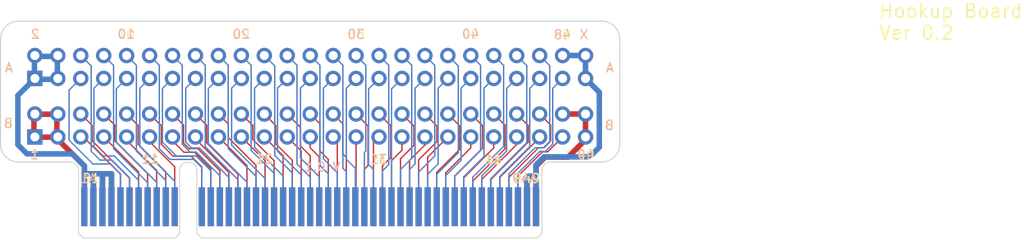
<source format=kicad_pcb>
(kicad_pcb (version 20221018) (generator pcbnew)
  (layers (0 "F.Cu" signal) (31 "B.Cu" signal) (34 "B.Paste" user) (35 "F.Paste" user) (36 "B.SilkS" user "B.Silkscreen") (37 "F.SilkS" user "F.Silkscreen") (38 "B.Mask" user) (39 "F.Mask" user) (44 "Edge.Cuts" user))
  (net 0 "")
  (net 1 "/A5")
  (net 2 "/A6")
  (net 3 "/A7")
  (net 4 "/A8")
  (net 5 "/A9")
  (net 6 "/A10")
  (net 7 "/A11")
  (net 8 "/A12")
  (net 9 "/A13")
  (net 10 "/A14")
  (net 11 "/A15")
  (net 12 "/A16")
  (net 13 "/A17")
  (net 14 "/A18")
  (net 15 "/A19")
  (net 16 "/A20")
  (net 17 "/A21")
  (net 18 "/A22")
  (net 19 "/A23")
  (net 20 "/A24")
  (net 21 "/A25")
  (net 22 "/A26")
  (net 23 "/A27")
  (net 24 "/A28")
  (net 25 "/A29")
  (net 26 "/A30")
  (net 27 "/A31")
  (net 28 "/A32")
  (net 29 "/A33")
  (net 30 "/A34")
  (net 31 "/A35")
  (net 32 "/A36")
  (net 33 "/A37")
  (net 34 "/A38")
  (net 35 "/A39")
  (net 36 "/A40")
  (net 37 "/A41")
  (net 38 "/A42")
  (net 39 "/A43")
  (net 40 "/A44")
  (net 41 "/A45")
  (net 42 "/A46")
  (net 43 "/A47")
  (net 44 "/GND")
  (net 45 "/VIN-")
  (net 46 "/B5")
  (net 47 "/B6")
  (net 48 "/B7")
  (net 49 "/B8")
  (net 50 "/B9")
  (net 51 "/B10")
  (net 52 "/B11")
  (net 53 "/B12")
  (net 54 "/B13")
  (net 55 "/B14")
  (net 56 "/B15")
  (net 57 "/B16")
  (net 58 "/B17")
  (net 59 "/B18")
  (net 60 "/B19")
  (net 61 "/B20")
  (net 62 "/B21")
  (net 63 "/B22")
  (net 64 "/B23")
  (net 65 "/B24")
  (net 66 "/B25")
  (net 67 "/B26")
  (net 68 "/B27")
  (net 69 "/B28")
  (net 70 "/B29")
  (net 71 "/B30")
  (net 72 "/B31")
  (net 73 "/B32")
  (net 74 "/B33")
  (net 75 "/B34")
  (net 76 "/B35")
  (net 77 "/B36")
  (net 78 "/B37")
  (net 79 "/B38")
  (net 80 "/B39")
  (net 81 "/B40")
  (net 82 "/B41")
  (net 83 "/B42")
  (net 84 "/B43")
  (net 85 "/B44")
  (net 86 "/B45")
  (net 87 "/B46")
  (net 88 "/B47")
  (net 89 "/+5V")
  (net 90 "/VIN+")
  (footprint "hookup_board:PinHeader_2x25_P2.54mm_Vertical" (layer "F.Cu") (at -16.98 -17.653 90)
    (fp_text reference locked "J3" hide)
    (fp_text value "Conn_02x25_Odd_Even" hide)
  )
  (footprint "hookup_board:PinHeader_2x25_P2.54mm_Vertical" (layer "F.Cu") (at -16.98 -11.176 90)
    (fp_text reference locked "J2" hide)
    (fp_text value "Conn_02x25_Odd_Even" hide)
  )
  (footprint "hookup_board:PCIE_98_MINI_CARD" (layer "F.Cu") (at 0 0)
    (fp_text reference "J1" hide)
    (fp_text value "pcie_98")
    (fp_line (start -20.78 -10.4) (end -20.78 -22) (stroke (width 0.12)) (layer "Edge.Cuts"))
    (fp_line (start -18.78 -24) (end 45.77 -24) (stroke (width 0.12)) (layer "Edge.Cuts"))
    (fp_line (start -13.1 -8.4) (end -18.78 -8.4) (stroke (width 0.12)) (layer "Edge.Cuts"))
    (fp_line (start -12.15 -7.45) (end -12.15 -0.5) (stroke (width 0.1)) (layer "Edge.Cuts"))
    (fp_line (start -12.15 -0.5) (end -11.65 0) (stroke (width 0.1)) (layer "Edge.Cuts"))
    (fp_line (start -11.65 0) (end -1.45 0) (stroke (width 0.1)) (layer "Edge.Cuts"))
    (fp_line (start -0.95 -7.45) (end -0.95 -0.5) (stroke (width 0.1)) (layer "Edge.Cuts"))
    (fp_line (start -0.95 -0.5) (end -1.45 0) (stroke (width 0.1)) (layer "Edge.Cuts"))
    (fp_line (start 0.95 -7.45) (end 0.95 -0.5) (stroke (width 0.1)) (layer "Edge.Cuts"))
    (fp_line (start 0.95 -0.5) (end 1.45 0) (stroke (width 0.1)) (layer "Edge.Cuts"))
    (fp_line (start 1.45 0) (end 38.65 0) (stroke (width 0.1)) (layer "Edge.Cuts"))
    (fp_line (start 39.15 -7.45) (end 39.15 -0.5) (stroke (width 0.1)) (layer "Edge.Cuts"))
    (fp_line (start 39.15 -0.5) (end 38.65 0) (stroke (width 0.1)) (layer "Edge.Cuts"))
    (fp_line (start 45.77 -8.4) (end 40.1 -8.4) (stroke (width 0.12)) (layer "Edge.Cuts"))
    (fp_line (start 47.77 -22) (end 47.77 -10.4) (stroke (width 0.12)) (layer "Edge.Cuts"))
    (fp_arc (start -20.78 -22) (mid -20.194214 -23.414214) (end -18.78 -24) (stroke (width 0.12)) (layer "Edge.Cuts"))
    (fp_arc (start -18.78 -8.4) (mid -20.194214 -8.985786) (end -20.78 -10.4) (stroke (width 0.12)) (layer "Edge.Cuts"))
    (fp_arc (start -13.1 -8.4) (mid -12.428248 -8.121752) (end -12.15 -7.45) (stroke (width 0.1)) (layer "Edge.Cuts"))
    (fp_arc (start -0.95 -7.45) (mid 0 -8.4) (end 0.95 -7.45) (stroke (width 0.1)) (layer "Edge.Cuts"))
    (fp_arc (start 39.15 -7.45) (mid 39.428248 -8.121752) (end 40.1 -8.4) (stroke (width 0.1)) (layer "Edge.Cuts"))
    (fp_arc (start 45.77 -24) (mid 47.184214 -23.414214) (end 47.77 -22) (stroke (width 0.12)) (layer "Edge.Cuts"))
    (fp_arc (start 47.77 -10.4) (mid 47.184214 -8.985786) (end 45.77 -8.4) (stroke (width 0.12)) (layer "Edge.Cuts"))
  )
  (gr_text "20" (at 5.8546 -22.5604) (layer "B.SilkS") (effects (font (size 1 1)) (justify mirror)))
  (gr_text "A" (at -19.3356 -18.2424) (layer "B.SilkS") (effects (font (size 1 1)) (justify left bottom mirror)))
  (gr_text "1" (at -17.0308 -9.2254) (layer "B.SilkS") (effects (font (size 1 1)) (justify mirror)))
  (gr_text "11" (at -4.2546 -8.7174) (layer "B.SilkS") (effects (font (size 1 1)) (justify mirror)))
  (gr_text "21" (at 8.3946 -8.7174) (layer "B.SilkS") (effects (font (size 1 1)) (justify mirror)))
  (gr_text "V 0.1" (at 16.929 -7.2696) (layer "B.SilkS") (effects (font (size 1 1)) (justify left bottom mirror)))
  (gr_text "10" (at -6.8708 -22.5604) (layer "B.SilkS") (effects (font (size 1 1)) (justify mirror)))
  (gr_text "30" (at 18.58 -22.535) (layer "B.SilkS") (effects (font (size 1 1)) (justify mirror)))
  (gr_text "B" (at -19.3422 -12.0956) (layer "B.SilkS") (effects (font (size 1 1)) (justify left bottom mirror)))
  (gr_text "31" (at 21.0946 -8.692) (layer "B.SilkS") (effects (font (size 1 1)) (justify mirror)))
  (gr_text "41" (at 33.7692 -8.6666) (layer "B.SilkS") (effects (font (size 1 1)) (justify mirror)))
  (gr_text "49" (at 43.98 -9.2) (layer "B.SilkS") (effects (font (size 1 1)) (justify mirror)))
  (gr_text "48" (at 41.4146 -22.5096) (layer "B.SilkS") (effects (font (size 1 1)) (justify mirror)))
  (gr_text "A" (at 47.187 -18.2424) (layer "B.SilkS") (effects (font (size 1 1)) (justify left bottom mirror)))
  (gr_text "B" (at 47.2058 -11.8924) (layer "B.SilkS") (effects (font (size 1 1)) (justify left bottom mirror)))
  (gr_text "X" (at 43.8022 -22.5096) (layer "B.SilkS") (effects (font (size 1 1)) (justify mirror)))
  (gr_text "40" (at 31.2546 -22.5604) (layer "B.SilkS") (effects (font (size 1 1)) (justify mirror)))
  (gr_text "2" (at -16.9292 -22.5604) (layer "B.SilkS") (effects (font (size 1 1)) (justify mirror)))
  (gr_text "30" (at 18.58 -22.535) (layer "F.SilkS") (effects (font (size 1 1))))
  (gr_text "A" (at 46.1898 -18.344) (layer "F.SilkS") (effects (font (size 1 1)) (justify left bottom)))
  (gr_text "B" (at 46.0628 -11.8924) (layer "F.SilkS") (effects (font (size 1 1)) (justify left bottom)))
  (gr_text "40" (at 31.2546 -22.5604) (layer "F.SilkS") (effects (font (size 1 1))))
  (gr_text "49" (at 44.0308 -9.1746) (layer "F.SilkS") (effects (font (size 1 1))))
  (gr_text "A" (at -20.3328 -18.344) (layer "F.SilkS") (effects (font (size 1 1)) (justify left bottom)))
  (gr_text "X" (at 43.8022 -22.5096) (layer "F.SilkS") (effects (font (size 1 1))))
  (gr_text "B" (at -20.4852 -12.121) (layer "F.SilkS") (effects (font (size 1 1)) (justify left bottom)))
  (gr_text "41" (at 33.82 -8.6412) (layer "F.SilkS") (effects (font (size 1 1))))
  (gr_text "2" (at -16.9292 -22.5604) (layer "F.SilkS") (effects (font (size 1 1))))
  (gr_text "1" (at -16.98 -9.2) (layer "F.SilkS") (effects (font (size 1 1))))
  (gr_text "Hookup Board\nVer 0.2" (at 76.365 -21.8238) (layer "F.SilkS") (effects (font (size 1.5 1.5) (thickness 0.2)) (justify left bottom)))
  (gr_text "21" (at 8.4454 -8.692) (layer "F.SilkS") (effects (font (size 1 1))))
  (gr_text "20" (at 5.8546 -22.5604) (layer "F.SilkS") (effects (font (size 1 1))))
  (gr_text "48" (at 41.4146 -22.5096) (layer "F.SilkS") (effects (font (size 1 1))))
  (gr_text "11" (at -4.2038 -8.692) (layer "F.SilkS") (effects (font (size 1 1))))
  (gr_text "31" (at 21.1454 -8.6666) (layer "F.SilkS") (effects (font (size 1 1))))
  (gr_text "10" (at -6.8708 -22.5604) (layer "F.SilkS") (effects (font (size 1 1))))
  (segment (start -7.5 -7.086) (end -8.598 -8.184) (width 0.1524) (layer "B.Cu") (net 1))
  (segment (start -10.5538 -8.184) (end -13.1954 -10.8256) (width 0.1524) (layer "B.Cu") (net 1))
  (segment (start -13.1954 -10.8256) (end -13.1954 -16.3576) (width 0.1524) (layer "B.Cu") (net 1))
  (segment (start -7.5 -3.45) (end -7.5 -7.086) (width 0.1524) (layer "B.Cu") (net 1))
  (segment (start -13.1954 -16.3576) (end -11.9 -17.653) (width 0.1524) (layer "B.Cu") (net 1))
  (segment (start -8.598 -8.184) (end -10.5538 -8.184) (width 0.1524) (layer "B.Cu") (net 1))
  (segment (start -10.7434 -19.0364) (end -10.7434 -9.5928) (width 0.1524) (layer "B.Cu") (net 2))
  (segment (start -6.5 -6.6702) (end -6.5 -3.45) (width 0.1524) (layer "B.Cu") (net 2))
  (segment (start -11.9 -20.193) (end -10.7434 -19.0364) (width 0.1524) (layer "B.Cu") (net 2))
  (segment (start -10.7434 -9.5928) (end -9.7664 -8.6158) (width 0.1524) (layer "B.Cu") (net 2))
  (segment (start -9.7664 -8.6158) (end -8.4456 -8.6158) (width 0.1524) (layer "B.Cu") (net 2))
  (segment (start -8.4456 -8.6158) (end -6.5 -6.6702) (width 0.1524) (layer "B.Cu") (net 2))
  (segment (start -9.36 -17.653) (end -10.4386 -16.5744) (width 0.1524) (layer "B.Cu") (net 3))
  (segment (start -10.4386 -10.1008) (end -9.4108 -9.073) (width 0.1524) (layer "B.Cu") (net 3))
  (segment (start -9.4108 -9.073) (end -8.1916 -9.073) (width 0.1524) (layer "B.Cu") (net 3))
  (segment (start -5.5 -6.3814) (end -5.5 -3.45) (width 0.1524) (layer "B.Cu") (net 3))
  (segment (start -10.4386 -16.5744) (end -10.4386 -10.1008) (width 0.1524) (layer "B.Cu") (net 3))
  (segment (start -8.1916 -9.073) (end -5.5 -6.3814) (width 0.1524) (layer "B.Cu") (net 3))
  (segment (start -9.36 -20.193) (end -8.2678 -19.1008) (width 0.1524) (layer "B.Cu") (net 4))
  (segment (start -4.5 -6.118) (end -4.5 -3.45) (width 0.1524) (layer "B.Cu") (net 4))
  (segment (start -8.2678 -19.1008) (end -8.2678 -9.8858) (width 0.1524) (layer "B.Cu") (net 4))
  (segment (start -8.2678 -9.8858) (end -4.5 -6.118) (width 0.1524) (layer "B.Cu") (net 4))
  (segment (start -6.82 -17.653) (end -7.963 -16.51) (width 0.1524) (layer "B.Cu") (net 5))
  (segment (start -7.963 -10.6224) (end -3.5 -6.1594) (width 0.1524) (layer "B.Cu") (net 5))
  (segment (start -3.5 -6.1594) (end -3.5 -3.45) (width 0.1524) (layer "B.Cu") (net 5))
  (segment (start -7.963 -16.51) (end -7.963 -10.6224) (width 0.1524) (layer "B.Cu") (net 5))
  (segment (start -5.7414 -9.62) (end -2.5 -6.3786) (width 0.1524) (layer "B.Cu") (net 6))
  (segment (start -5.7414 -19.1144) (end -5.7414 -9.62) (width 0.1524) (layer "B.Cu") (net 6))
  (segment (start -2.5 -6.3786) (end -2.5 -3.45) (width 0.1524) (layer "B.Cu") (net 6))
  (segment (start -6.82 -20.193) (end -5.7414 -19.1144) (width 0.1524) (layer "B.Cu") (net 6))
  (segment (start -4.28 -17.653) (end -5.3586 -16.5744) (width 0.1524) (layer "B.Cu") (net 7))
  (segment (start -1.5 -6.2676) (end -1.5 -3.45) (width 0.1524) (layer "B.Cu") (net 7))
  (segment (start -5.3586 -10.1262) (end -1.5 -6.2676) (width 0.1524) (layer "B.Cu") (net 7))
  (segment (start -5.3586 -16.5744) (end -5.3586 -10.1262) (width 0.1524) (layer "B.Cu") (net 7))
  (segment (start -2.0194 -8.692) (end -3.2014 -9.874) (width 0.1524) (layer "B.Cu") (net 8))
  (segment (start 0.5968 -8.692) (end -2.0194 -8.692) (width 0.1524) (layer "B.Cu") (net 8))
  (segment (start 1.5 -7.7888) (end 0.5968 -8.692) (width 0.1524) (layer "B.Cu") (net 8))
  (segment (start 1.5 -3.45) (end 1.5 -7.7888) (width 0.1524) (layer "B.Cu") (net 8))
  (segment (start -3.2014 -9.874) (end -3.2014 -19.1144) (width 0.1524) (layer "B.Cu") (net 8))
  (segment (start -3.2014 -19.1144) (end -4.28 -20.193) (width 0.1524) (layer "B.Cu") (net 8))
  (segment (start 2.5 -3.45) (end 2.5 -7.4492) (width 0.1524) (layer "B.Cu") (net 9))
  (segment (start -2.8576 -16.5354) (end -1.74 -17.653) (width 0.1524) (layer "B.Cu") (net 9))
  (segment (start -2.8576 -10.597) (end -2.8576 -16.5354) (width 0.1524) (layer "B.Cu") (net 9))
  (segment (start -1.3336 -9.073) (end -2.8576 -10.597) (width 0.1524) (layer "B.Cu") (net 9))
  (segment (start 0.8762 -9.073) (end -1.3336 -9.073) (width 0.1524) (layer "B.Cu") (net 9))
  (segment (start 2.5 -7.4492) (end 0.8762 -9.073) (width 0.1524) (layer "B.Cu") (net 9))
  (segment (start 0.2158 -9.5048) (end -0.6614 -10.382) (width 0.1524) (layer "B.Cu") (net 10))
  (segment (start 3.5 -3.45) (end 3.5 -6.880252) (width 0.1524) (layer "B.Cu") (net 10))
  (segment (start 3.5 -6.880252) (end 0.875452 -9.5048) (width 0.1524) (layer "B.Cu") (net 10))
  (segment (start 0.875452 -9.5048) (end 0.2158 -9.5048) (width 0.1524) (layer "B.Cu") (net 10))
  (segment (start -0.6614 -10.382) (end -0.6614 -19.1144) (width 0.1524) (layer "B.Cu") (net 10))
  (segment (start -0.6614 -19.1144) (end -1.74 -20.193) (width 0.1524) (layer "B.Cu") (net 10))
  (segment (start -0.2786 -16.5744) (end -0.2786 -10.6088) (width 0.1524) (layer "B.Cu") (net 11))
  (segment (start 0.3682 -9.962) (end 1.2318 -9.962) (width 0.1524) (layer "B.Cu") (net 11))
  (segment (start 0.8 -17.653) (end -0.2786 -16.5744) (width 0.1524) (layer "B.Cu") (net 11))
  (segment (start 1.2318 -9.962) (end 4.5 -6.6938) (width 0.1524) (layer "B.Cu") (net 11))
  (segment (start -0.2786 -10.6088) (end 0.3682 -9.962) (width 0.1524) (layer "B.Cu") (net 11))
  (segment (start 4.5 -6.6938) (end 4.5 -3.45) (width 0.1524) (layer "B.Cu") (net 11))
  (segment (start 5.5 -6.4558) (end 5.5 -3.45) (width 0.1524) (layer "B.Cu") (net 12))
  (segment (start 0.8 -20.193) (end 1.8786 -19.1144) (width 0.1524) (layer "B.Cu") (net 12))
  (segment (start 1.8786 -10.0772) (end 5.5 -6.4558) (width 0.1524) (layer "B.Cu") (net 12))
  (segment (start 1.8786 -19.1144) (end 1.8786 -10.0772) (width 0.1524) (layer "B.Cu") (net 12))
  (segment (start 2.2224 -10.4446) (end 6.5 -6.167) (width 0.1524) (layer "B.Cu") (net 13))
  (segment (start 3.34 -17.653) (end 2.2224 -16.5354) (width 0.1524) (layer "B.Cu") (net 13))
  (segment (start 6.5 -6.167) (end 6.5 -3.45) (width 0.1524) (layer "B.Cu") (net 13))
  (segment (start 2.2224 -16.5354) (end 2.2224 -10.4446) (width 0.1524) (layer "B.Cu") (net 13))
  (segment (start 4.4186 -9.8994) (end 7.5 -6.818) (width 0.1524) (layer "B.Cu") (net 14))
  (segment (start 3.34 -20.193) (end 4.4186 -19.1144) (width 0.1524) (layer "B.Cu") (net 14))
  (segment (start 7.5 -6.818) (end 7.5 -3.45) (width 0.1524) (layer "B.Cu") (net 14))
  (segment (start 4.4186 -19.1144) (end 4.4186 -9.8994) (width 0.1524) (layer "B.Cu") (net 14))
  (segment (start 4.8014 -10.2786) (end 8.5 -6.58) (width 0.1524) (layer "B.Cu") (net 15))
  (segment (start 4.8014 -16.5744) (end 4.8014 -10.2786) (width 0.1524) (layer "B.Cu") (net 15))
  (segment (start 5.88 -17.653) (end 4.8014 -16.5744) (width 0.1524) (layer "B.Cu") (net 15))
  (segment (start 8.5 -6.58) (end 8.5 -3.45) (width 0.1524) (layer "B.Cu") (net 15))
  (segment (start 6.9586 -9.6962) (end 9.5 -7.1548) (width 0.1524) (layer "B.Cu") (net 16))
  (segment (start 6.9586 -19.1144) (end 6.9586 -9.6962) (width 0.1524) (layer "B.Cu") (net 16))
  (segment (start 5.88 -20.193) (end 6.9586 -19.1144) (width 0.1524) (layer "B.Cu") (net 16))
  (segment (start 9.5 -7.1548) (end 9.5 -3.45) (width 0.1524) (layer "B.Cu") (net 16))
  (segment (start 8.42 -17.653) (end 7.3414 -16.5744) (width 0.1524) (layer "B.Cu") (net 17))
  (segment (start 7.3414 -10.0246) (end 10.5 -6.866) (width 0.1524) (layer "B.Cu") (net 17))
  (segment (start 10.5 -6.866) (end 10.5 -3.45) (width 0.1524) (layer "B.Cu") (net 17))
  (segment (start 7.3414 -16.5744) (end 7.3414 -10.0246) (width 0.1524) (layer "B.Cu") (net 17))
  (segment (start 9.5766 -19.0364) (end 9.5766 -9.1356) (width 0.1524) (layer "B.Cu") (net 18))
  (segment (start 11.5 -7.2122) (end 11.5 -3.45) (width 0.1524) (layer "B.Cu") (net 18))
  (segment (start 9.5766 -9.1356) (end 11.5 -7.2122) (width 0.1524) (layer "B.Cu") (net 18))
  (segment (start 8.42 -20.193) (end 9.5766 -19.0364) (width 0.1524) (layer "B.Cu") (net 18))
  (segment (start 9.8814 -16.5744) (end 9.8814 -9.5928) (width 0.1524) (layer "B.Cu") (net 19))
  (segment (start 10.96 -17.653) (end 9.8814 -16.5744) (width 0.1524) (layer "B.Cu") (net 19))
  (segment (start 9.8814 -9.5928) (end 12.5 -6.9742) (width 0.1524) (layer "B.Cu") (net 19))
  (segment (start 12.5 -6.9742) (end 12.5 -3.45) (width 0.1524) (layer "B.Cu") (net 19))
  (segment (start 12.0386 -8.1976) (end 13.5 -6.7362) (width 0.1524) (layer "B.Cu") (net 20))
  (segment (start 10.96 -20.193) (end 12.0386 -19.1144) (width 0.1524) (layer "B.Cu") (net 20))
  (segment (start 13.5 -6.7362) (end 13.5 -3.45) (width 0.1524) (layer "B.Cu") (net 20))
  (segment (start 12.0386 -19.1144) (end 12.0386 -8.1976) (width 0.1524) (layer "B.Cu") (net 20))
  (segment (start 12.4214 -8.8562) (end 14.5 -6.7776) (width 0.1524) (layer "B.Cu") (net 21))
  (segment (start 13.5 -17.653) (end 12.4214 -16.5744) (width 0.1524) (layer "B.Cu") (net 21))
  (segment (start 12.4214 -16.5744) (end 12.4214 -8.8562) (width 0.1524) (layer "B.Cu") (net 21))
  (segment (start 14.5 -6.7776) (end 14.5 -3.45) (width 0.1524) (layer "B.Cu") (net 21))
  (segment (start 14.5786 -19.1144) (end 14.5786 -8.0198) (width 0.1524) (layer "B.Cu") (net 22))
  (segment (start 13.5 -20.193) (end 14.5786 -19.1144) (width 0.1524) (layer "B.Cu") (net 22))
  (segment (start 15.5 -7.0984) (end 15.5 -3.45) (width 0.1524) (layer "B.Cu") (net 22))
  (segment (start 14.5786 -8.0198) (end 15.5 -7.0984) (width 0.1524) (layer "B.Cu") (net 22))
  (segment (start 16.04 -17.653) (end 14.9614 -16.5744) (width 0.1524) (layer "B.Cu") (net 23))
  (segment (start 14.9614 -16.5744) (end 14.9614 -8.7546) (width 0.1524) (layer "B.Cu") (net 23))
  (segment (start 14.9614 -8.7546) (end 16.5 -7.216) (width 0.1524) (layer "B.Cu") (net 23))
  (segment (start 16.5 -7.216) (end 16.5 -3.45) (width 0.1524) (layer "B.Cu") (net 23))
  (segment (start 16.04 -20.193) (end 17.1186 -19.1144) (width 0.1524) (layer "B.Cu") (net 24))
  (segment (start 17.1186 -19.1144) (end 17.1186 -7.715) (width 0.1524) (layer "B.Cu") (net 24))
  (segment (start 17.5 -7.3336) (end 17.5 -3.45) (width 0.1524) (layer "B.Cu") (net 24))
  (segment (start 17.1186 -7.715) (end 17.5 -7.3336) (width 0.1524) (layer "B.Cu") (net 24))
  (segment (start 17.5014 -16.5744) (end 17.5014 -8.7038) (width 0.1524) (layer "B.Cu") (net 25))
  (segment (start 17.5014 -8.7038) (end 18.5 -7.7052) (width 0.1524) (layer "B.Cu") (net 25))
  (segment (start 18.5 -7.7052) (end 18.5 -3.45) (width 0.1524) (layer "B.Cu") (net 25))
  (segment (start 18.58 -17.653) (end 17.5014 -16.5744) (width 0.1524) (layer "B.Cu") (net 25))
  (segment (start 19.6586 -9.6182) (end 19.6586 -19.1144) (width 0.1524) (layer "B.Cu") (net 26))
  (segment (start 19.5 -3.45) (end 19.5 -9.4596) (width 0.1524) (layer "B.Cu") (net 26))
  (segment (start 19.5 -9.4596) (end 19.6586 -9.6182) (width 0.1524) (layer "B.Cu") (net 26))
  (segment (start 19.6586 -19.1144) (end 18.58 -20.193) (width 0.1524) (layer "B.Cu") (net 26))
  (segment (start 19.9634 -8.1214) (end 20.5 -7.5848) (width 0.1524) (layer "B.Cu") (net 27))
  (segment (start 19.9634 -16.4964) (end 19.9634 -8.1214) (width 0.1524) (layer "B.Cu") (net 27))
  (segment (start 21.12 -17.653) (end 19.9634 -16.4964) (width 0.1524) (layer "B.Cu") (net 27))
  (segment (start 20.5 -7.5848) (end 20.5 -3.45) (width 0.1524) (layer "B.Cu") (net 27))
  (segment (start 22.1986 -19.1144) (end 22.1986 -8.1196) (width 0.1524) (layer "B.Cu") (net 28))
  (segment (start 21.12 -20.193) (end 22.1986 -19.1144) (width 0.1524) (layer "B.Cu") (net 28))
  (segment (start 21.5 -7.421) (end 21.5 -3.45) (width 0.1524) (layer "B.Cu") (net 28))
  (segment (start 22.1986 -8.1196) (end 21.5 -7.421) (width 0.1524) (layer "B.Cu") (net 28))
  (segment (start 23.66 -17.653) (end 22.5034 -16.4964) (width 0.1524) (layer "B.Cu") (net 29))
  (segment (start 22.5034 -3.4534) (end 22.5 -3.45) (width 0.1524) (layer "B.Cu") (net 29))
  (segment (start 22.5034 -16.4964) (end 22.5034 -3.4534) (width 0.1524) (layer "B.Cu") (net 29))
  (segment (start 24.7386 -19.1144) (end 23.66 -20.193) (width 0.1524) (layer "B.Cu") (net 30))
  (segment (start 23.5 -3.45) (end 23.5 -7.5668) (width 0.1524) (layer "B.Cu") (net 30))
  (segment (start 24.7386 -8.8054) (end 24.7386 -19.1144) (width 0.1524) (layer "B.Cu") (net 30))
  (segment (start 23.5 -7.5668) (end 24.7386 -8.8054) (width 0.1524) (layer "B.Cu") (net 30))
  (segment (start 25.1078 -8.184) (end 24.5 -7.5762) (width 0.1524) (layer "B.Cu") (net 31))
  (segment (start 25.1078 -16.5608) (end 25.1078 -8.184) (width 0.1524) (layer "B.Cu") (net 31))
  (segment (start 24.5 -7.5762) (end 24.5 -3.45) (width 0.1524) (layer "B.Cu") (net 31))
  (segment (start 26.2 -17.653) (end 25.1078 -16.5608) (width 0.1524) (layer "B.Cu") (net 31))
  (segment (start 25.5 -7.2808) (end 27.2922 -9.073) (width 0.1524) (layer "B.Cu") (net 32))
  (segment (start 27.2922 -19.1008) (end 26.2 -20.193) (width 0.1524) (layer "B.Cu") (net 32))
  (segment (start 27.2922 -9.073) (end 27.2922 -19.1008) (width 0.1524) (layer "B.Cu") (net 32))
  (segment (start 25.5 -3.45) (end 25.5 -7.2808) (width 0.1524) (layer "B.Cu") (net 32))
  (segment (start 26.5 -7.0362) (end 26.5 -3.45) (width 0.1524) (layer "B.Cu") (net 33))
  (segment (start 27.6614 -8.1976) (end 26.5 -7.0362) (width 0.1524) (layer "B.Cu") (net 33))
  (segment (start 27.6614 -16.5744) (end 27.6614 -8.1976) (width 0.1524) (layer "B.Cu") (net 33))
  (segment (start 28.74 -17.653) (end 27.6614 -16.5744) (width 0.1524) (layer "B.Cu") (net 33))
  (segment (start 29.8966 -9.4422) (end 29.8966 -19.0364) (width 0.1524) (layer "B.Cu") (net 34))
  (segment (start 27.5 -7.0456) (end 29.8966 -9.4422) (width 0.1524) (layer "B.Cu") (net 34))
  (segment (start 29.8966 -19.0364) (end 28.74 -20.193) (width 0.1524) (layer "B.Cu") (net 34))
  (segment (start 27.5 -3.45) (end 27.5 -7.0456) (width 0.1524) (layer "B.Cu") (net 34))
  (segment (start 28.5 -6.9026) (end 28.5 -3.45) (width 0.1524) (layer "B.Cu") (net 35))
  (segment (start 31.28 -17.653) (end 30.2014 -16.5744) (width 0.1524) (layer "B.Cu") (net 35))
  (segment (start 30.2014 -8.604) (end 28.5 -6.9026) (width 0.1524) (layer "B.Cu") (net 35))
  (segment (start 30.2014 -16.5744) (end 30.2014 -8.604) (width 0.1524) (layer "B.Cu") (net 35))
  (segment (start 32.3586 -19.1144) (end 31.28 -20.193) (width 0.1524) (layer "B.Cu") (net 36))
  (segment (start 29.5 -6.8104) (end 32.3586 -9.669) (width 0.1524) (layer "B.Cu") (net 36))
  (segment (start 32.3586 -9.669) (end 32.3586 -19.1144) (width 0.1524) (layer "B.Cu") (net 36))
  (segment (start 29.5 -3.45) (end 29.5 -6.8104) (width 0.1524) (layer "B.Cu") (net 36))
  (segment (start 32.7414 -9.0104) (end 30.5 -6.769) (width 0.1524) (layer "B.Cu") (net 37))
  (segment (start 30.5 -6.769) (end 30.5 -3.45) (width 0.1524) (layer "B.Cu") (net 37))
  (segment (start 33.82 -17.653) (end 32.7414 -16.5744) (width 0.1524) (layer "B.Cu") (net 37))
  (segment (start 32.7414 -16.5744) (end 32.7414 -9.0104) (width 0.1524) (layer "B.Cu") (net 37))
  (segment (start 31.5 -6.7276) (end 34.9122 -10.1398) (width 0.1524) (layer "B.Cu") (net 38))
  (segment (start 31.5 -3.45) (end 31.5 -6.7276) (width 0.1524) (layer "B.Cu") (net 38))
  (segment (start 34.9122 -19.1008) (end 33.82 -20.193) (width 0.1524) (layer "B.Cu") (net 38))
  (segment (start 34.9122 -10.1398) (end 34.9122 -19.1008) (width 0.1524) (layer "B.Cu") (net 38))
  (segment (start 35.2424 -16.5354) (end 35.2424 -9.6064) (width 0.1524) (layer "B.Cu") (net 39))
  (segment (start 32.5 -6.864) (end 32.5 -3.45) (width 0.1524) (layer "B.Cu") (net 39))
  (segment (start 36.36 -17.653) (end 35.2424 -16.5354) (width 0.1524) (layer "B.Cu") (net 39))
  (segment (start 35.2424 -9.6064) (end 32.5 -6.864) (width 0.1524) (layer "B.Cu") (net 39))
  (segment (start 33.5 -6.5686) (end 37.4776 -10.5462) (width 0.1524) (layer "B.Cu") (net 40))
  (segment (start 37.4776 -19.0754) (end 36.36 -20.193) (width 0.1524) (layer "B.Cu") (net 40))
  (segment (start 37.4776 -10.5462) (end 37.4776 -19.0754) (width 0.1524) (layer "B.Cu") (net 40))
  (segment (start 33.5 -3.45) (end 33.5 -6.5686) (width 0.1524) (layer "B.Cu") (net 40))
  (segment (start 38.9 -17.653) (end 37.8078 -16.5608) (width 0.1524) (layer "B.Cu") (net 41))
  (segment (start 37.8078 -16.5608) (end 37.8078 -10.1144) (width 0.1524) (layer "B.Cu") (net 41))
  (segment (start 34.5 -6.8066) (end 34.5 -3.45) (width 0.1524) (layer "B.Cu") (net 41))
  (segment (start 37.8078 -10.1144) (end 34.5 -6.8066) (width 0.1524) (layer "B.Cu") (net 41))
  (segment (start 35.5 -7.0954) (end 35.5 -3.45) (width 0.1524) (layer "B.Cu") (net 42))
  (segment (start 40.0176 -10.597) (end 39.408 -9.9874) (width 0.1524) (layer "B.Cu") (net 42))
  (segment (start 38.9 -20.193) (end 40.0176 -19.0754) (width 0.1524) (layer "B.Cu") (net 42))
  (segment (start 39.408 -9.9874) (end 38.392 -9.9874) (width 0.1524) (layer "B.Cu") (net 42))
  (segment (start 40.0176 -19.0754) (end 40.0176 -10.597) (width 0.1524) (layer "B.Cu") (net 42))
  (segment (start 38.392 -9.9874) (end 35.5 -7.0954) (width 0.1524) (layer "B.Cu") (net 42))
  (segment (start 38.9254 -9.581) (end 36.5 -7.1556) (width 0.1524) (layer "B.Cu") (net 43))
  (segment (start 41.44 -17.653) (end 40.3478 -16.5608) (width 0.1524) (layer "B.Cu") (net 43))
  (segment (start 36.5 -7.1556) (end 36.5 -3.45) (width 0.1524) (layer "B.Cu") (net 43))
  (segment (start 40.3478 -16.5608) (end 40.3478 -10.3938) (width 0.1524) (layer "B.Cu") (net 43))
  (segment (start 39.535 -9.581) (end 38.9254 -9.581) (width 0.1524) (layer "B.Cu") (net 43))
  (segment (start 40.3478 -10.3938) (end 39.535 -9.581) (width 0.1524) (layer "B.Cu") (net 43))
  (segment (start -8.4964 -3.4164) (end -8.4964 -7.0664) (width 0.6096) (layer "B.Cu") (net 44))
  (segment (start -11.5 -7.9872) (end -12.8144 -9.3016) (width 0.6096) (layer "B.Cu") (net 44))
  (segment (start -17.0308 -20.0966) (end -14.4908 -20.0966) (width 0.6096) (layer "B.Cu") (net 44))
  (segment (start -17.8436 -9.3016) (end -18.8596 -10.3176) (width 0.6096) (layer "B.Cu") (net 44))
  (segment (start -9.5 -7.1) (end -10.5 -7.1) (width 0.6096) (layer "B.Cu") (net 44))
  (segment (start -10.5 -7.1) (end -11.5 -7.1) (width 0.6096) (layer "B.Cu") (net 44))
  (segment (start -14.4908 -20.0966) (end -14.4908 -17.5566) (width 0.6096) (layer "B.Cu") (net 44))
  (segment (start -9.4918 -7.0918) (end -9.5 -7.1) (width 0.6096) (layer "B.Cu") (net 44))
  (segment (start -18.8596 -10.3176) (end -18.8596 -15.7734) (width 0.6096) (layer "B.Cu") (net 44))
  (segment (start -18.8596 -15.7734) (end -16.98 -17.653) (width 0.6096) (layer "B.Cu") (net 44))
  (segment (start -12.8144 -9.3016) (end -17.8436 -9.3016) (width 0.6096) (layer "B.Cu") (net 44))
  (segment (start -8.5 -7.0918) (end -9.4918 -7.0918) (width 0.6096) (layer "B.Cu") (net 44))
  (segment (start -10.5 -3.45) (end -10.5 -7.1) (width 0.6096) (layer "B.Cu") (net 44))
  (segment (start -11.5 -7.1) (end -11.5 -7.9872) (width 0.6096) (layer "B.Cu") (net 44))
  (segment (start -9.5 -3.45) (end -9.5 -7.1) (width 0.6096) (layer "B.Cu") (net 44))
  (segment (start -17.0308 -17.5566) (end -14.4908 -17.5566) (width 0.6096) (layer "B.Cu") (net 44))
  (segment (start -11.5 -3.45) (end -11.5 -7.1) (width 0.6096) (layer "B.Cu") (net 44))
  (segment (start -17.0308 -20.0966) (end -17.0308 -17.5566) (width 0.6096) (layer "B.Cu") (net 44))
  (segment (start 39.3826 -8.9714) (end 44.4372 -8.9714) (width 0.6096) (layer "B.Cu") (net 45))
  (segment (start 41.44 -20.193) (end 43.98 -20.193) (width 0.6096) (layer "B.Cu") (net 45))
  (segment (start 45.504 -10.0382) (end 45.504 -16.129) (width 0.6096) (layer "B.Cu") (net 45))
  (segment (start 38.5 -8.0888) (end 39.3826 -8.9714) (width 0.6096) (layer "B.Cu") (net 45))
  (segment (start 37.5 -6.7332) (end 37.5792 -6.8124) (width 0.6096) (layer "B.Cu") (net 45))
  (segment (start 37.5 -3.45) (end 37.5 -6.7332) (width 0.6096) (layer "B.Cu") (net 45))
  (segment (start 37.5792 -6.8124) (end 38.5 -6.8124) (width 0.6096) (layer "B.Cu") (net 45))
  (segment (start 43.98 -20.193) (end 43.98 -17.653) (width 0.6096) (layer "B.Cu") (net 45))
  (segment (start 38.5 -3.45) (end 38.5 -6.8124) (width 0.6096) (layer "B.Cu") (net 45))
  (segment (start 44.4372 -8.9714) (end 45.504 -10.0382) (width 0.6096) (layer "B.Cu") (net 45))
  (segment (start 45.504 -16.129) (end 43.98 -17.653) (width 0.6096) (layer "B.Cu") (net 45))
  (segment (start 38.5 -6.8124) (end 38.5 -8.0888) (width 0.6096) (layer "B.Cu") (net 45))
  (segment (start -11.6154 -11.176) (end -11.9 -11.176) (width 0.1524) (layer "F.Cu") (net 46))
  (segment (start -7.5 -3.45) (end -7.5 -7.0606) (width 0.1524) (layer "F.Cu") (net 46))
  (segment (start -7.5 -7.0606) (end -11.6154 -11.176) (width 0.1524) (layer "F.Cu") (net 46))
  (segment (start -11.9 -13.716) (end -10.63 -12.446) (width 0.1524) (layer "F.Cu") (net 47))
  (segment (start -6.5 -6.6194) (end -6.5 -3.45) (width 0.1524) (layer "F.Cu") (net 47))
  (segment (start -10.63 -10.7494) (end -6.5 -6.6194) (width 0.1524) (layer "F.Cu") (net 47))
  (segment (start -10.63 -12.446) (end -10.63 -10.7494) (width 0.1524) (layer "F.Cu") (net 47))
  (segment (start -5.5 -7.316) (end -5.5 -3.45) (width 0.1524) (layer "F.Cu") (net 48))
  (segment (start -9.36 -11.176) (end -5.5 -7.316) (width 0.1524) (layer "F.Cu") (net 48))
  (segment (start -8.1408 -10.7494) (end -4.5 -7.1086) (width 0.1524) (layer "F.Cu") (net 49))
  (segment (start -9.36 -13.716) (end -8.1408 -12.4968) (width 0.1524) (layer "F.Cu") (net 49))
  (segment (start -8.1408 -12.4968) (end -8.1408 -10.7494) (width 0.1524) (layer "F.Cu") (net 49))
  (segment (start -4.5 -7.1086) (end -4.5 -3.45) (width 0.1524) (layer "F.Cu") (net 49))
  (segment (start -6.82 -10.8002) (end -3.5 -7.4802) (width 0.1524) (layer "F.Cu") (net 50))
  (segment (start -3.5 -7.4802) (end -3.5 -3.45) (width 0.1524) (layer "F.Cu") (net 50))
  (segment (start -6.82 -11.176) (end -6.82 -10.8002) (width 0.1524) (layer "F.Cu") (net 50))
  (segment (start -2.5 -7.3184) (end -2.5 -3.45) (width 0.1524) (layer "F.Cu") (net 51))
  (segment (start -5.55 -12.446) (end -5.55 -10.3684) (width 0.1524) (layer "F.Cu") (net 51))
  (segment (start -5.55 -10.3684) (end -2.5 -7.3184) (width 0.1524) (layer "F.Cu") (net 51))
  (segment (start -6.82 -13.716) (end -5.55 -12.446) (width 0.1524) (layer "F.Cu") (net 51))
  (segment (start -4.28 -10.6478) (end -1.5 -7.8678) (width 0.1524) (layer "F.Cu") (net 52))
  (segment (start -4.28 -11.176) (end -4.28 -10.6478) (width 0.1524) (layer "F.Cu") (net 52))
  (segment (start -1.5 -7.8678) (end -1.5 -3.45) (width 0.1524) (layer "F.Cu") (net 52))
  (segment (start -1.6638 -9.0476) (end 0.3174 -9.0476) (width 0.1524) (layer "F.Cu") (net 53))
  (segment (start 1.5 -7.865) (end 1.5 -3.45) (width 0.1524) (layer "F.Cu") (net 53))
  (segment (start -4.28 -13.716) (end -2.9846 -12.4206) (width 0.1524) (layer "F.Cu") (net 53))
  (segment (start -2.9846 -12.4206) (end -2.9846 -10.3684) (width 0.1524) (layer "F.Cu") (net 53))
  (segment (start -2.9846 -10.3684) (end -1.6638 -9.0476) (width 0.1524) (layer "F.Cu") (net 53))
  (segment (start 0.3174 -9.0476) (end 1.5 -7.865) (width 0.1524) (layer "F.Cu") (net 53))
  (segment (start 2.5 -7.676) (end 2.5 -3.45) (width 0.1524) (layer "F.Cu") (net 54))
  (segment (start -1.74 -11.176) (end -1.74 -10.7494) (width 0.1524) (layer "F.Cu") (net 54))
  (segment (start 0.6966 -9.4794) (end 2.5 -7.676) (width 0.1524) (layer "F.Cu") (net 54))
  (segment (start -1.74 -10.7494) (end -0.47 -9.4794) (width 0.1524) (layer "F.Cu") (net 54))
  (segment (start -0.47 -9.4794) (end 0.6966 -9.4794) (width 0.1524) (layer "F.Cu") (net 54))
  (segment (start -0.5208 -10.4954) (end 0.0888 -9.8858) (width 0.1524) (layer "F.Cu") (net 55))
  (segment (start -0.5208 -12.4968) (end -0.5208 -10.4954) (width 0.1524) (layer "F.Cu") (net 55))
  (segment (start 0.0888 -9.8858) (end 1.054 -9.8858) (width 0.1524) (layer "F.Cu") (net 55))
  (segment (start 1.054 -9.8858) (end 3.5 -7.4398) (width 0.1524) (layer "F.Cu") (net 55))
  (segment (start 3.5 -7.4398) (end 3.5 -3.45) (width 0.1524) (layer "F.Cu") (net 55))
  (segment (start -1.74 -13.716) (end -0.5208 -12.4968) (width 0.1524) (layer "F.Cu") (net 55))
  (segment (start 4.5 -7.2526) (end 4.5 -3.45) (width 0.1524) (layer "F.Cu") (net 56))
  (segment (start 0.8 -10.9526) (end 4.5 -7.2526) (width 0.1524) (layer "F.Cu") (net 56))
  (segment (start 0.8 -11.176) (end 0.8 -10.9526) (width 0.1524) (layer "F.Cu") (net 56))
  (segment (start 2.0446 -10.5208) (end 5.5 -7.0654) (width 0.1524) (layer "F.Cu") (net 57))
  (segment (start 2.0446 -12.4714) (end 2.0446 -10.5208) (width 0.1524) (layer "F.Cu") (net 57))
  (segment (start 0.8 -13.716) (end 2.0446 -12.4714) (width 0.1524) (layer "F.Cu") (net 57))
  (segment (start 5.5 -7.0654) (end 5.5 -3.45) (width 0.1524) (layer "F.Cu") (net 57))
  (segment (start 6.5 -8.016) (end 6.5 -3.45) (width 0.1524) (layer "F.Cu") (net 58))
  (segment (start 3.34 -11.176) (end 6.5 -8.016) (width 0.1524) (layer "F.Cu") (net 58))
  (segment (start 4.4186 -12.6374) (end 4.4186 -11.112029) (width 0.1524) (layer "F.Cu") (net 59))
  (segment (start 7.245029 -8.2856) (end 7.2516 -8.2856) (width 0.1524) (layer "F.Cu") (net 59))
  (segment (start 7.5 -8.0372) (end 7.5 -3.45) (width 0.1524) (layer "F.Cu") (net 59))
  (segment (start 4.4186 -11.112029) (end 7.245029 -8.2856) (width 0.1524) (layer "F.Cu") (net 59))
  (segment (start 3.34 -13.716) (end 4.4186 -12.6374) (width 0.1524) (layer "F.Cu") (net 59))
  (segment (start 7.2516 -8.2856) (end 7.5 -8.0372) (width 0.1524) (layer "F.Cu") (net 59))
  (segment (start 8.5 -8.556) (end 8.5 -3.45) (width 0.1524) (layer "F.Cu") (net 60))
  (segment (start 5.88 -11.176) (end 8.5 -8.556) (width 0.1524) (layer "F.Cu") (net 60))
  (segment (start 9.5 -8.5518) (end 9.5 -3.45) (width 0.1524) (layer "F.Cu") (net 61))
  (segment (start 5.88 -13.716) (end 7.15 -12.446) (width 0.1524) (layer "F.Cu") (net 61))
  (segment (start 7.15 -12.446) (end 7.15 -10.9018) (width 0.1524) (layer "F.Cu") (net 61))
  (segment (start 7.15 -10.9018) (end 9.5 -8.5518) (width 0.1524) (layer "F.Cu") (net 61))
  (segment (start 10.5 -9.096) (end 10.5 -3.45) (width 0.1524) (layer "F.Cu") (net 62))
  (segment (start 8.42 -11.176) (end 10.5 -9.096) (width 0.1524) (layer "F.Cu") (net 62))
  (segment (start 11.5188 -3.4688) (end 11.5 -3.45) (width 0.1524) (layer "F.Cu") (net 63))
  (segment (start 8.42 -13.716) (end 9.69 -12.446) (width 0.1524) (layer "F.Cu") (net 63))
  (segment (start 9.69 -12.446) (end 9.69 -10.4192) (width 0.1524) (layer "F.Cu") (net 63))
  (segment (start 9.69 -10.4192) (end 11.5188 -8.5904) (width 0.1524) (layer "F.Cu") (net 63))
  (segment (start 11.5188 -8.5528) (end 11.5188 -3.4688) (width 0.1524) (layer "F.Cu") (net 63))
  (segment (start 10.96 -11.176) (end 12.5 -9.636) (width 0.1524) (layer "F.Cu") (net 64))
  (segment (start 12.5 -9.636) (end 12.5 -3.45) (width 0.1524) (layer "F.Cu") (net 64))
  (segment (start 12.4214 -12.2546) (end 12.4214 -10.177) (width 0.1524) (layer "F.Cu") (net 65))
  (segment (start 10.96 -13.716) (end 12.4214 -12.2546) (width 0.1524) (layer "F.Cu") (net 65))
  (segment (start 13.5 -9.0984) (end 13.5 -3.45) (width 0.1524) (layer "F.Cu") (net 65))
  (segment (start 12.4214 -10.177) (end 13.5 -9.0984) (width 0.1524) (layer "F.Cu") (net 65))
  (segment (start 14.5 -8.973919) (end 14.5 -3.45) (width 0.1524) (layer "F.Cu") (net 66))
  (segment (start 13.5 -9.973919) (end 14.5 -8.973919) (width 0.1524) (layer "F.Cu") (net 66))
  (segment (start 13.5 -11.176) (end 13.5 -9.973919) (width 0.1524) (layer "F.Cu") (net 66))
  (segment (start 15.5066 -8.692) (end 15.5 -8.6854) (width 0.1524) (layer "F.Cu") (net 67))
  (segment (start 14.5786 -9.62) (end 15.5066 -8.692) (width 0.1524) (layer "F.Cu") (net 67))
  (segment (start 14.5786 -12.6374) (end 14.5786 -9.62) (width 0.1524) (layer "F.Cu") (net 67))
  (segment (start 15.5 -8.6854) (end 15.5 -3.45) (width 0.1524) (layer "F.Cu") (net 67))
  (segment (start 13.5 -13.716) (end 14.5786 -12.6374) (width 0.1524) (layer "F.Cu") (net 67))
  (segment (start 16.04 -11.176) (end 16.5 -10.716) (width 0.1524) (layer "F.Cu") (net 68))
  (segment (start 16.5 -10.716) (end 16.5 -3.45) (width 0.1524) (layer "F.Cu") (net 68))
  (segment (start 17.1186 -9.2898) (end 17.5 -8.9084) (width 0.1524) (layer "F.Cu") (net 69))
  (segment (start 16.04 -13.716) (end 17.1186 -12.6374) (width 0.1524) (layer "F.Cu") (net 69))
  (segment (start 17.5 -8.9084) (end 17.5 -3.45) (width 0.1524) (layer "F.Cu") (net 69))
  (segment (start 17.1186 -12.6374) (end 17.1186 -9.2898) (width 0.1524) (layer "F.Cu") (net 69))
  (segment (start 18.58 -11.176) (end 18.58 -3.53) (width 0.1524) (layer "F.Cu") (net 70))
  (segment (start 18.58 -3.53) (end 18.5 -3.45) (width 0.1524) (layer "F.Cu") (net 70))
  (segment (start 19.5 -7.6054) (end 19.5 -3.45) (width 0.1524) (layer "F.Cu") (net 71))
  (segment (start 19.9008 -8.0062) (end 19.5 -7.6054) (width 0.1524) (layer "F.Cu") (net 71))
  (segment (start 19.9008 -12.3952) (end 19.9008 -8.0062) (width 0.1524) (layer "F.Cu") (net 71))
  (segment (start 18.58 -13.716) (end 19.9008 -12.3952) (width 0.1524) (layer "F.Cu") (net 71))
  (segment (start 21.12 -11.176) (end 20.5 -10.556) (width 0.1524) (layer "F.Cu") (net 72))
  (segment (start 20.5 -10.556) (end 20.5 -3.45) (width 0.1524) (layer "F.Cu") (net 72))
  (segment (start 22.4154 -8.8952) (end 21.5 -7.9798) (width 0.1524) (layer "F.Cu") (net 73))
  (segment (start 21.5 -7.9798) (end 21.5 -3.45) (width 0.1524) (layer "F.Cu") (net 73))
  (segment (start 21.12 -13.716) (end 22.4154 -12.4206) (width 0.1524) (layer "F.Cu") (net 73))
  (segment (start 22.4154 -12.4206) (end 22.4154 -8.8952) (width 0.1524) (layer "F.Cu") (net 73))
  (segment (start 23.66 -11.176) (end 23.66 -9.708748) (width 0.1524) (layer "F.Cu") (net 74))
  (segment (start 22.5 -8.548748) (end 22.5 -3.45) (width 0.1524) (layer "F.Cu") (net 74))
  (segment (start 23.66 -9.708748) (end 22.5 -8.548748) (width 0.1524) (layer "F.Cu") (net 74))
  (segment (start 23.5 -8.7606) (end 23.5 -3.45) (width 0.1524) (layer "F.Cu") (net 75))
  (segment (start 24.9808 -12.3952) (end 24.9808 -10.2414) (width 0.1524) (layer "F.Cu") (net 75))
  (segment (start 23.66 -13.716) (end 24.9808 -12.3952) (width 0.1524) (layer "F.Cu") (net 75))
  (segment (start 24.9808 -10.2414) (end 23.5 -8.7606) (width 0.1524) (layer "F.Cu") (net 75))
  (segment (start 26.2508 -10.343) (end 24.5 -8.5922) (width 0.1524) (layer "F.Cu") (net 76))
  (segment (start 26.2 -11.176) (end 26.2508 -11.1252) (width 0.1524) (layer "F.Cu") (net 76))
  (segment (start 24.5 -8.5922) (end 24.5 -3.45) (width 0.1524) (layer "F.Cu") (net 76))
  (segment (start 26.2508 -11.1252) (end 26.2508 -10.343) (width 0.1524) (layer "F.Cu") (net 76))
  (segment (start 27.5208 -10.6478) (end 25.5 -8.627) (width 0.1524) (layer "F.Cu") (net 77))
  (segment (start 25.5 -8.627) (end 25.5 -3.45) (width 0.1524) (layer "F.Cu") (net 77))
  (segment (start 27.5208 -12.3952) (end 27.5208 -10.6478) (width 0.1524) (layer "F.Cu") (net 77))
  (segment (start 26.2 -13.716) (end 27.5208 -12.3952) (width 0.1524) (layer "F.Cu") (net 77))
  (segment (start 26.5 -8.936) (end 26.5 -3.45) (width 0.1524) (layer "F.Cu") (net 78))
  (segment (start 28.74 -11.176) (end 26.5 -8.936) (width 0.1524) (layer "F.Cu") (net 78))
  (segment (start 28.74 -13.716) (end 30.0608 -12.3952) (width 0.1524) (layer "F.Cu") (net 79))
  (segment (start 30.0608 -12.3952) (end 30.0608 -9.8096) (width 0.1524) (layer "F.Cu") (net 79))
  (segment (start 30.0608 -9.8096) (end 27.5 -7.2488) (width 0.1524) (layer "F.Cu") (net 79))
  (segment (start 27.5 -7.2488) (end 27.5 -3.45) (width 0.1524) (layer "F.Cu") (net 79))
  (segment (start 31.28 -11.176) (end 31.28 -9.973919) (width 0.1524) (layer "F.Cu") (net 80))
  (segment (start 28.5 -7.193919) (end 28.5 -3.45) (width 0.1524) (layer "F.Cu") (net 80))
  (segment (start 31.28 -9.973919) (end 28.5 -7.193919) (width 0.1524) (layer "F.Cu") (net 80))
  (segment (start 29.502 -5.8286) (end 29.5 -5.8266) (width 0.1524) (layer "F.Cu") (net 81))
  (segment (start 29.502 -6.8632) (end 29.502 -5.8286) (width 0.1524) (layer "F.Cu") (net 81))
  (segment (start 32.5754 -12.4206) (end 32.5754 -9.9366) (width 0.1524) (layer "F.Cu") (net 81))
  (segment (start 32.5754 -9.9366) (end 29.502 -6.8632) (width 0.1524) (layer "F.Cu") (net 81))
  (segment (start 31.28 -13.716) (end 32.5754 -12.4206) (width 0.1524) (layer "F.Cu") (net 81))
  (segment (start 29.5 -5.8266) (end 29.5 -3.45) (width 0.1524) (layer "F.Cu") (net 81))
  (segment (start 33.82 -9.973919) (end 30.5 -6.653919) (width 0.1524) (layer "F.Cu") (net 82))
  (segment (start 33.82 -11.176) (end 33.82 -9.973919) (width 0.1524) (layer "F.Cu") (net 82))
  (segment (start 30.5 -6.653919) (end 30.5 -3.45) (width 0.1524) (layer "F.Cu") (net 82))
  (segment (start 35.0646 -12.4714) (end 35.0646 -9.8604) (width 0.1524) (layer "F.Cu") (net 83))
  (segment (start 31.5086 -6.3044) (end 31.5086 -3.4586) (width 0.1524) (layer "F.Cu") (net 83))
  (segment (start 31.5086 -3.4586) (end 31.5 -3.45) (width 0.1524) (layer "F.Cu") (net 83))
  (segment (start 35.0646 -9.8604) (end 31.5086 -6.3044) (width 0.1524) (layer "F.Cu") (net 83))
  (segment (start 33.82 -13.716) (end 35.0646 -12.4714) (width 0.1524) (layer "F.Cu") (net 83))
  (segment (start 36.36 -11.176) (end 36.36 -10.343) (width 0.1524) (layer "F.Cu") (net 84))
  (segment (start 32.5 -6.483) (end 32.5 -3.45) (width 0.1524) (layer "F.Cu") (net 84))
  (segment (start 36.36 -10.343) (end 32.5 -6.483) (width 0.1524) (layer "F.Cu") (net 84))
  (segment (start 33.5 -6.467) (end 33.5 -3.45) (width 0.1524) (layer "F.Cu") (net 85))
  (segment (start 37.63 -12.446) (end 37.63 -10.597) (width 0.1524) (layer "F.Cu") (net 85))
  (segment (start 37.63 -10.597) (end 33.5 -6.467) (width 0.1524) (layer "F.Cu") (net 85))
  (segment (start 36.36 -13.716) (end 37.63 -12.446) (width 0.1524) (layer "F.Cu") (net 85))
  (segment (start 38.9 -11.176) (end 38.9 -11.105) (width 0.1524) (layer "F.Cu") (net 86))
  (segment (start 34.5 -6.705) (end 34.5 -3.45) (width 0.1524) (layer "F.Cu") (net 86))
  (segment (start 38.9 -11.105) (end 34.5 -6.705) (width 0.1524) (layer "F.Cu") (net 86))
  (segment (start 40.1192 -12.4968) (end 40.1192 -10.7748) (width 0.1524) (layer "F.Cu") (net 87))
  (segment (start 40.1192 -10.7748) (end 39.3318 -9.9874) (width 0.1524) (layer "F.Cu") (net 87))
  (segment (start 38.9 -13.716) (end 40.1192 -12.4968) (width 0.1524) (layer "F.Cu") (net 87))
  (segment (start 38.773 -9.9874) (end 35.5 -6.7144) (width 0.1524) (layer "F.Cu") (net 87))
  (segment (start 39.3318 -9.9874) (end 38.773 -9.9874) (width 0.1524) (layer "F.Cu") (net 87))
  (segment (start 35.5 -6.7144) (end 35.5 -3.45) (width 0.1524) (layer "F.Cu") (net 87))
  (segment (start 36.5 -3.45) (end 36.5 -6.8254) (width 0.1524) (layer "F.Cu") (net 88))
  (segment (start 39.2048 -9.5302) (end 39.7942 -9.5302) (width 0.1524) (layer "F.Cu") (net 88))
  (segment (start 36.5 -6.8254) (end 39.2048 -9.5302) (width 0.1524) (layer "F.Cu") (net 88))
  (segment (start 39.7942 -9.5302) (end 41.44 -11.176) (width 0.1524) (layer "F.Cu") (net 88))
  (segment (start -10.5 -3.45) (end -10.5 -7.1) (width 0.6096) (layer "F.Cu") (net 89))
  (segment (start -17.0816 -11.1558) (end -14.5416 -11.1558) (width 0.6096) (layer "F.Cu") (net 89))
  (segment (start -14.5416 -13.6958) (end -17.0816 -13.6958) (width 0.6096) (layer "F.Cu") (net 89))
  (segment (start -10.5 -7.1) (end -9.5 -7.1) (width 0.6096) (layer "F.Cu") (net 89))
  (segment (start -14.4654 -10.9272) (end -11.5 -7.9618) (width 0.6096) (layer "F.Cu") (net 89))
  (segment (start -17.0816 -13.6958) (end -17.0816 -11.1558) (width 0.6096) (layer "F.Cu") (net 89))
  (segment (start -11.5 -7.1) (end -10.5 -7.1) (width 0.6096) (layer "F.Cu") (net 89))
  (segment (start -11.5 -3.45) (end -11.5 -7.1) (width 0.6096) (layer "F.Cu") (net 89))
  (segment (start -14.5416 -13.6958) (end -14.5416 -11.1558) (width 0.6096) (layer "F.Cu") (net 89))
  (segment (start -8.4964 -3.4418) (end -8.4964 -7.0918) (width 0.6096) (layer "F.Cu") (net 89))
  (segment (start -9.5 -3.45) (end -9.5 -7.1) (width 0.6096) (layer "F.Cu") (net 89))
  (segment (start -9.5 -7.1) (end -8.5 -7.1) (width 0.6096) (layer "F.Cu") (net 89))
  (segment (start -11.5 -7.9618) (end -11.5 -7.1) (width 0.6096) (layer "F.Cu") (net 89))
  (segment (start 37.6554 -6.8378) (end 38.5 -6.8378) (width 0.6096) (layer "F.Cu") (net 90))
  (segment (start 38.5 -6.8378) (end 38.5 -3.45) (width 0.6096) (layer "F.Cu") (net 90))
  (segment (start 43.98 -13.716) (end 43.98 -11.176) (width 0.6096) (layer "F.Cu") (net 90))
  (segment (start 41.44 -13.716) (end 43.98 -13.716) (width 0.6096) (layer "F.Cu") (net 90))
  (segment (start 43.98 -10.8764) (end 42.0496 -8.946) (width 0.6096) (layer "F.Cu") (net 90))
  (segment (start 37.5 -6.6824) (end 37.6554 -6.8378) (width 0.6096) (layer "F.Cu") (net 90))
  (segment (start 39.5096 -8.946) (end 38.5 -7.9364) (width 0.6096) (layer "F.Cu") (net 90))
  (segment (start 38.5 -7.9364) (end 38.5 -6.8378) (width 0.6096) (layer "F.Cu") (net 90))
  (segment (start 43.98 -11.176) (end 43.98 -10.8764) (width 0.6096) (layer "F.Cu") (net 90))
  (segment (start 42.0496 -8.946) (end 39.5096 -8.946) (width 0.6096) (layer "F.Cu") (net 90))
  (segment (start 37.5 -3.45) (end 37.5 -6.6824) (width 0.6096) (layer "F.Cu") (net 90))
)
</source>
